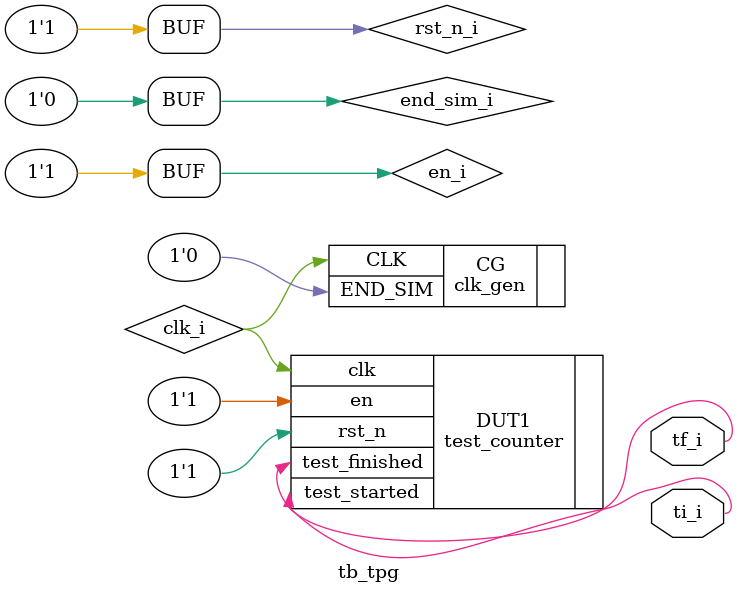
<source format=v>
/**************************************************
 * TESTBENCH for TEST-PATTERN GENERATOR
 **************************************************/

module tb_tpg(  ti_i, tf_i  );
	
	wire clk_i;
	reg en_i, rst_n_i, end_sim_i;
	wire [23:0] random_i;
	
	output wire ti_i, tf_i;

	clk_gen CG(
		.END_SIM(end_sim_i),	
		.CLK(clk_i) );
	
	test_counter #(
		.TEST_DURATION(8),
		.TEST_START(3)
	) DUT1 (
		.clk(clk_i),
		.en(en_i),
		.rst_n(rst_n_i),
		.test_started(ti_i),
		.test_finished(tf_i) );
	
	initial begin
		end_sim_i = 0;
		en_i = 1;
		rst_n_i = 0; #6
		rst_n_i = 1; 
	end
endmodule

</source>
